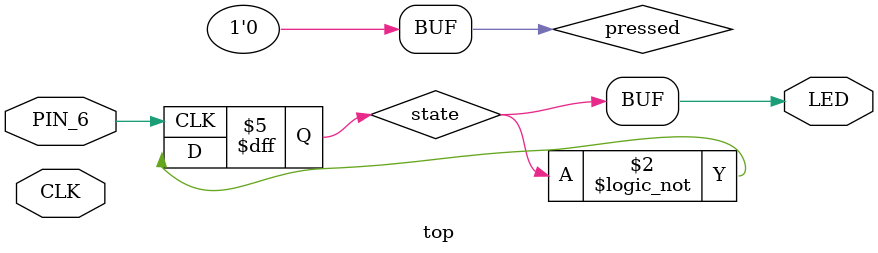
<source format=v>
module top (
	input	PIN_6,
	input	CLK,
	output	LED
);

	reg	state = 0;
	reg	pressed = 0;

	assign LED = state;
	always @(negedge PIN_6)
		state <= !state;


endmodule

</source>
